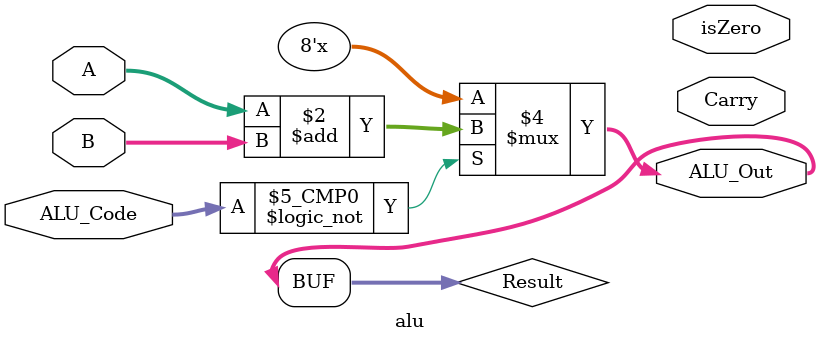
<source format=v>
module alu(
    input [2:0] ALU_Code,
    input [7:0] A, B,
    output [7:0] ALU_Out,
    output Carry,
    output isZero);

reg [7:0] Result;
assign ALU_Out = Result;
always @(*) 
begin 
case(ALU_Code)
    3'b000: Result = A + B; //ADD 
endcase


end


endmodule
 

</source>
